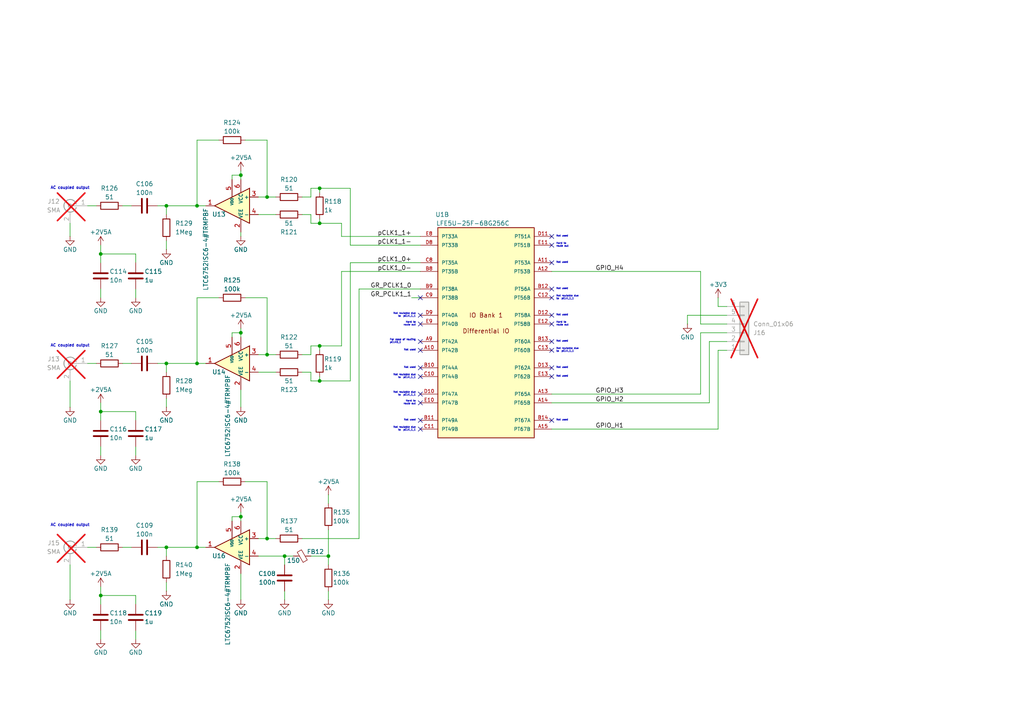
<source format=kicad_sch>
(kicad_sch (version 20250114) (generator "eeschema") (generator_version "9.0")
  (paper "A4")
  (text "Not used" (at 161.29 91.44 0) (effects (font (size 0.5 0.5)) (justify left)))
  (text "Not routable due\nto  pCLK_1_1" (at 120.65 124.46 0) (effects (font (size 0.5 0.5)) (justify right)))
  (text "Not routable due\nto  pCLK_1_1" (at 161.29 101.6 0) (effects (font (size 0.5 0.5)) (justify left)))
  (text "For ease of routing\npCLK0_1" (at 113.03 99.06 0) (effects (font (size 0.5 0.5)) (justify left)))
  (text "AC coupled output" (at 20.32 100.33 0) (effects (font (size 0.8 0.8) (thickness 0.16) (bold yes))))
  (text "Hard to\nroute out" (at 120.65 93.98 0) (effects (font (size 0.5 0.5)) (justify right)))
  (text "Not used" (at 161.29 121.92 0) (effects (font (size 0.5 0.5)) (justify left)))
  (text "Not used" (at 161.29 109.22 0) (effects (font (size 0.5 0.5)) (justify left)))
  (text "Not used" (at 161.29 68.58 0) (effects (font (size 0.5 0.5)) (justify left)))
  (text "Hard to\nroute out" (at 161.29 93.98 0) (effects (font (size 0.5 0.5)) (justify left)))
  (text "AC coupled output" (at 20.32 54.61 0) (effects (font (size 0.8 0.8) (thickness 0.16) (bold yes))))
  (text "Not used" (at 120.65 121.92 0) (effects (font (size 0.5 0.5)) (justify right)))
  (text "Not used" (at 161.29 99.06 0) (effects (font (size 0.5 0.5)) (justify left)))
  (text "Not used" (at 120.65 106.68 0) (effects (font (size 0.5 0.5)) (justify right)))
  (text "Hard to\nroute out" (at 120.65 116.84 0) (effects (font (size 0.5 0.5)) (justify right)))
  (text "AC coupled output" (at 20.32 152.4 0) (effects (font (size 0.8 0.8) (thickness 0.16) (bold yes))))
  (text "Hard to\nroute out" (at 161.29 71.12 0) (effects (font (size 0.5 0.5)) (justify left)))
  (text "Not used" (at 161.29 83.82 0) (effects (font (size 0.5 0.5)) (justify left)))
  (text "Not used" (at 161.29 106.68 0) (effects (font (size 0.5 0.5)) (justify left)))
  (text "Not used" (at 161.29 76.2 0) (effects (font (size 0.5 0.5)) (justify left)))
  (text "Not routable due\nto  pCLK_1_1" (at 120.65 114.3 0) (effects (font (size 0.5 0.5)) (justify right)))
  (text "Not routable due\nto  pCLK_1_1" (at 161.29 86.36 0) (effects (font (size 0.5 0.5)) (justify left)))
  (text "Not used" (at 120.65 101.6 0) (effects (font (size 0.5 0.5)) (justify right)))
  (text "Not routable due\nto  pCLK_1_1" (at 120.65 109.22 0) (effects (font (size 0.5 0.5)) (justify right)))
  (text "Not routable due\nto  pCLK_1_1" (at 120.65 91.44 0) (effects (font (size 0.5 0.5)) (justify right)))
  (junction (at 92.71 110.49))
  (junction (at 29.21 73.66))
  (junction (at 77.47 156.21))
  (junction (at 69.85 96.52))
  (junction (at 57.15 59.69))
  (junction (at 57.15 158.75))
  (junction (at 77.47 102.87))
  (junction (at 92.71 54.61))
  (junction (at 29.21 119.38))
  (junction (at 48.26 59.69))
  (junction (at 95.25 161.29))
  (junction (at 92.71 100.33))
  (junction (at 69.85 149.86))
  (junction (at 82.55 161.29))
  (junction (at 57.15 105.41))
  (junction (at 77.47 57.15))
  (junction (at 92.71 64.77))
  (junction (at 48.26 105.41))
  (junction (at 48.26 158.75))
  (junction (at 29.21 172.72))
  (junction (at 69.85 50.8))
  (no_connect (at 160.02 76.2))
  (no_connect (at 160.02 101.6))
  (no_connect (at 160.02 121.92))
  (no_connect (at 121.92 109.22))
  (no_connect (at 121.92 91.44))
  (no_connect (at 160.02 83.82))
  (no_connect (at 160.02 68.58))
  (no_connect (at 121.92 116.84))
  (no_connect (at 121.92 121.92))
  (no_connect (at 121.92 124.46))
  (no_connect (at 121.92 93.98))
  (no_connect (at 121.92 99.06))
  (no_connect (at 160.02 99.06))
  (no_connect (at 121.92 86.36))
  (no_connect (at 121.92 101.6))
  (no_connect (at 121.92 106.68))
  (no_connect (at 121.92 114.3))
  (no_connect (at 160.02 106.68))
  (no_connect (at 160.02 86.36))
  (no_connect (at 160.02 91.44))
  (no_connect (at 160.02 109.22))
  (no_connect (at 160.02 93.98))
  (no_connect (at 160.02 71.12))
  (wire (pts (xy 205.74 99.06) (xy 210.82 99.06)))
  (wire (pts (xy 90.17 64.77) (xy 90.17 62.23)))
  (wire (pts (xy 101.6 76.2) (xy 101.6 110.49)))
  (wire (pts (xy 39.37 172.72) (xy 29.21 172.72)))
  (wire (pts (xy 57.15 86.36) (xy 57.15 105.41)))
  (wire (pts (xy 99.06 78.74) (xy 99.06 100.33)))
  (wire (pts (xy 48.26 105.41) (xy 57.15 105.41)))
  (wire (pts (xy 92.71 55.88) (xy 92.71 54.61)))
  (wire (pts (xy 160.02 114.3) (xy 203.2 114.3)))
  (wire (pts (xy 82.55 161.29) (xy 82.55 163.83)))
  (wire (pts (xy 80.01 62.23) (xy 74.93 62.23)))
  (wire (pts (xy 20.32 163.83) (xy 20.32 173.99)))
  (wire (pts (xy 160.02 78.74) (xy 203.2 78.74)))
  (wire (pts (xy 95.25 161.29) (xy 90.17 161.29)))
  (wire (pts (xy 90.17 100.33) (xy 90.17 102.87)))
  (wire (pts (xy 101.6 54.61) (xy 92.71 54.61)))
  (wire (pts (xy 29.21 76.2) (xy 29.21 73.66)))
  (wire (pts (xy 92.71 100.33) (xy 90.17 100.33)))
  (wire (pts (xy 82.55 171.45) (xy 82.55 173.99)))
  (wire (pts (xy 160.02 124.46) (xy 208.28 124.46)))
  (wire (pts (xy 45.72 158.75) (xy 48.26 158.75)))
  (wire (pts (xy 85.09 161.29) (xy 82.55 161.29)))
  (wire (pts (xy 99.06 78.74) (xy 121.92 78.74)))
  (wire (pts (xy 95.25 143.51) (xy 95.25 146.05)))
  (wire (pts (xy 69.85 151.13) (xy 69.85 149.86)))
  (wire (pts (xy 35.56 105.41) (xy 38.1 105.41)))
  (wire (pts (xy 20.32 110.49) (xy 20.32 118.11)))
  (wire (pts (xy 77.47 156.21) (xy 74.93 156.21)))
  (wire (pts (xy 203.2 96.52) (xy 203.2 114.3)))
  (wire (pts (xy 45.72 59.69) (xy 48.26 59.69)))
  (wire (pts (xy 205.74 99.06) (xy 205.74 116.84)))
  (wire (pts (xy 77.47 86.36) (xy 77.47 102.87)))
  (wire (pts (xy 48.26 115.57) (xy 48.26 118.11)))
  (wire (pts (xy 20.32 64.77) (xy 20.32 68.58)))
  (wire (pts (xy 29.21 129.54) (xy 29.21 132.08)))
  (wire (pts (xy 45.72 105.41) (xy 48.26 105.41)))
  (wire (pts (xy 90.17 62.23) (xy 87.63 62.23)))
  (wire (pts (xy 69.85 113.03) (xy 69.85 118.11)))
  (wire (pts (xy 39.37 182.88) (xy 39.37 185.42)))
  (wire (pts (xy 203.2 96.52) (xy 210.82 96.52)))
  (wire (pts (xy 69.85 96.52) (xy 67.31 96.52)))
  (wire (pts (xy 69.85 148.59) (xy 69.85 149.86)))
  (wire (pts (xy 67.31 96.52) (xy 67.31 97.79)))
  (wire (pts (xy 29.21 83.82) (xy 29.21 86.36)))
  (wire (pts (xy 39.37 119.38) (xy 29.21 119.38)))
  (wire (pts (xy 82.55 161.29) (xy 74.93 161.29)))
  (wire (pts (xy 69.85 67.31) (xy 69.85 68.58)))
  (wire (pts (xy 48.26 105.41) (xy 48.26 107.95)))
  (wire (pts (xy 101.6 110.49) (xy 92.71 110.49)))
  (wire (pts (xy 48.26 158.75) (xy 57.15 158.75)))
  (wire (pts (xy 95.25 153.67) (xy 95.25 161.29)))
  (wire (pts (xy 48.26 69.85) (xy 48.26 72.39)))
  (wire (pts (xy 57.15 158.75) (xy 57.15 139.7)))
  (wire (pts (xy 92.71 64.77) (xy 90.17 64.77)))
  (wire (pts (xy 95.25 161.29) (xy 95.25 163.83)))
  (wire (pts (xy 69.85 50.8) (xy 67.31 50.8)))
  (wire (pts (xy 35.56 158.75) (xy 38.1 158.75)))
  (wire (pts (xy 80.01 102.87) (xy 77.47 102.87)))
  (wire (pts (xy 80.01 156.21) (xy 77.47 156.21)))
  (wire (pts (xy 95.25 171.45) (xy 95.25 173.99)))
  (wire (pts (xy 119.38 86.36) (xy 121.92 86.36)))
  (wire (pts (xy 48.26 59.69) (xy 48.26 62.23)))
  (wire (pts (xy 29.21 116.84) (xy 29.21 119.38)))
  (wire (pts (xy 69.85 149.86) (xy 67.31 149.86)))
  (wire (pts (xy 39.37 129.54) (xy 39.37 132.08)))
  (wire (pts (xy 208.28 101.6) (xy 208.28 124.46)))
  (wire (pts (xy 199.39 93.98) (xy 199.39 91.44)))
  (wire (pts (xy 203.2 93.98) (xy 210.82 93.98)))
  (wire (pts (xy 39.37 175.26) (xy 39.37 172.72)))
  (wire (pts (xy 203.2 78.74) (xy 203.2 93.98)))
  (wire (pts (xy 77.47 57.15) (xy 74.93 57.15)))
  (wire (pts (xy 99.06 64.77) (xy 99.06 68.58)))
  (wire (pts (xy 104.14 156.21) (xy 87.63 156.21)))
  (wire (pts (xy 71.12 139.7) (xy 77.47 139.7)))
  (wire (pts (xy 71.12 86.36) (xy 77.47 86.36)))
  (wire (pts (xy 90.17 54.61) (xy 90.17 57.15)))
  (wire (pts (xy 67.31 50.8) (xy 67.31 52.07)))
  (wire (pts (xy 77.47 102.87) (xy 74.93 102.87)))
  (wire (pts (xy 71.12 40.64) (xy 77.47 40.64)))
  (wire (pts (xy 90.17 57.15) (xy 87.63 57.15)))
  (wire (pts (xy 101.6 54.61) (xy 101.6 71.12)))
  (wire (pts (xy 101.6 71.12) (xy 121.92 71.12)))
  (wire (pts (xy 208.28 86.36) (xy 208.28 88.9)))
  (wire (pts (xy 92.71 63.5) (xy 92.71 64.77)))
  (wire (pts (xy 27.94 158.75) (xy 25.4 158.75)))
  (wire (pts (xy 92.71 109.22) (xy 92.71 110.49)))
  (wire (pts (xy 27.94 59.69) (xy 25.4 59.69)))
  (wire (pts (xy 90.17 102.87) (xy 87.63 102.87)))
  (wire (pts (xy 59.69 59.69) (xy 57.15 59.69)))
  (wire (pts (xy 160.02 116.84) (xy 205.74 116.84)))
  (wire (pts (xy 63.5 40.64) (xy 57.15 40.64)))
  (wire (pts (xy 69.85 97.79) (xy 69.85 96.52)))
  (wire (pts (xy 59.69 158.75) (xy 57.15 158.75)))
  (wire (pts (xy 63.5 86.36) (xy 57.15 86.36)))
  (wire (pts (xy 77.47 40.64) (xy 77.47 57.15)))
  (wire (pts (xy 92.71 54.61) (xy 90.17 54.61)))
  (wire (pts (xy 59.69 105.41) (xy 57.15 105.41)))
  (wire (pts (xy 199.39 91.44) (xy 210.82 91.44)))
  (wire (pts (xy 29.21 182.88) (xy 29.21 185.42)))
  (wire (pts (xy 104.14 156.21) (xy 104.14 83.82)))
  (wire (pts (xy 35.56 59.69) (xy 38.1 59.69)))
  (wire (pts (xy 92.71 101.6) (xy 92.71 100.33)))
  (wire (pts (xy 80.01 57.15) (xy 77.47 57.15)))
  (wire (pts (xy 39.37 83.82) (xy 39.37 86.36)))
  (wire (pts (xy 101.6 76.2) (xy 121.92 76.2)))
  (wire (pts (xy 39.37 73.66) (xy 29.21 73.66)))
  (wire (pts (xy 67.31 149.86) (xy 67.31 151.13)))
  (wire (pts (xy 69.85 49.53) (xy 69.85 50.8)))
  (wire (pts (xy 57.15 59.69) (xy 57.15 40.64)))
  (wire (pts (xy 92.71 110.49) (xy 90.17 110.49)))
  (wire (pts (xy 69.85 166.37) (xy 69.85 173.99)))
  (wire (pts (xy 27.94 105.41) (xy 25.4 105.41)))
  (wire (pts (xy 48.26 59.69) (xy 57.15 59.69)))
  (wire (pts (xy 29.21 175.26) (xy 29.21 172.72)))
  (wire (pts (xy 90.17 107.95) (xy 87.63 107.95)))
  (wire (pts (xy 48.26 168.91) (xy 48.26 171.45)))
  (wire (pts (xy 80.01 107.95) (xy 74.93 107.95)))
  (wire (pts (xy 99.06 68.58) (xy 121.92 68.58)))
  (wire (pts (xy 77.47 139.7) (xy 77.47 156.21)))
  (wire (pts (xy 39.37 76.2) (xy 39.37 73.66)))
  (wire (pts (xy 99.06 100.33) (xy 92.71 100.33)))
  (wire (pts (xy 29.21 170.18) (xy 29.21 172.72)))
  (wire (pts (xy 48.26 158.75) (xy 48.26 161.29)))
  (wire (pts (xy 104.14 83.82) (xy 121.92 83.82)))
  (wire (pts (xy 69.85 52.07) (xy 69.85 50.8)))
  (wire (pts (xy 29.21 71.12) (xy 29.21 73.66)))
  (wire (pts (xy 69.85 95.25) (xy 69.85 96.52)))
  (wire (pts (xy 39.37 121.92) (xy 39.37 119.38)))
  (wire (pts (xy 29.21 121.92) (xy 29.21 119.38)))
  (wire (pts (xy 63.5 139.7) (xy 57.15 139.7)))
  (wire (pts (xy 208.28 88.9) (xy 210.82 88.9)))
  (wire (pts (xy 99.06 64.77) (xy 92.71 64.77)))
  (wire (pts (xy 208.28 101.6) (xy 210.82 101.6)))
  (wire (pts (xy 90.17 110.49) (xy 90.17 107.95)))
  (label "pCLK1_1+" (at 119.38 68.58 180))
  (label "pCLK1_1-" (at 119.38 71.12 180))
  (label "GR_PCLK1_1" (at 119.38 86.36 180))
  (label "pCLK1_0-" (at 119.38 78.74 180))
  (label "pCLK1_0+" (at 119.38 76.2 180))
  (label "GPIO_H1" (at 172.72 124.46 0))
  (label "GPIO_H2" (at 172.72 116.84 0))
  (label "GPIO_H3" (at 172.72 114.3 0))
  (label "GPIO_H4" (at 172.72 78.74 0))
  (label "GR_PCLK1_0" (at 119.38 83.82 180))
  (symbol (lib_id "Device:C") (at 29.21 80.01 0) (unit 1)
    (property "Reference" "C114" (at 31.75 78.7399 0) (effects (justify left)))
    (property "Value" "10n" (at 31.75 81.2799 0) (effects (justify left)))
    (property "Footprint" "Capacitor_SMD:C_0402_1005Metric" (effects (hide yes)))
    (property "Description" "Unpolarized capacitor" (effects (hide yes)))
  )
  (symbol (lib_id "Device:R") (at 92.71 105.41 0) (mirror y) (unit 1)
    (property "Reference" "R119" (at 93.98 104.1399 0) (effects (justify right)))
    (property "Value" "1k" (at 93.98 106.6799 0) (effects (justify right)))
    (property "Footprint" "Resistor_SMD:R_0402_1005Metric" (effects (hide yes)))
    (property "Description" "Resistor" (effects (hide yes)))
  )
  (symbol (lib_id "Comparator:LTC6752xSC6-4") (at 67.31 59.69 0) (mirror y) (unit 1)
    (property "Reference" "U13" (at 63.5 62.1598 0))
    (property "Value" "LTC6752ISC6-4#TRMPBF" (at 59.69 72.3198 90))
    (property "Footprint" "Package_TO_SOT_SMD:SOT-363_SC-70-6" (effects (hide yes)))
    (property "Datasheet" "https://www.analog.com/media/en/technical-documentation/data-sheets/6752fc.pdf" (effects (hide yes)))
    (property "Description" "Single 280Mhz 2.9ns Comparator, Rail-to-Rail Inputs, CMOS Output, SC-70" (effects (hide yes)))
  )
  (symbol (lib_id "Device:C") (at 39.37 125.73 0) (unit 1)
    (property "Reference" "C117" (at 41.91 124.4599 0) (effects (justify left)))
    (property "Value" "1u" (at 41.91 126.9999 0) (effects (justify left)))
    (property "Footprint" "Capacitor_SMD:C_0603_1608Metric" (effects (hide yes)))
    (property "Description" "Unpolarized capacitor" (effects (hide yes)))
  )
  (symbol (lib_id "power:GND") (at 29.21 86.36 0) (unit 1)
    (property "Reference" "#PWR0279" (effects (hide yes)))
    (property "Value" "GND" (at 29.21 90.17 0))
    (property "Description" "Power symbol creates a global label with name \"GND\" , ground" (effects (hide yes)))
  )
  (symbol (lib_id "power:GND") (at 69.85 68.58 0) (mirror y) (unit 1)
    (property "Reference" "#PWR0252" (effects (hide yes)))
    (property "Value" "GND" (at 69.85 72.39 0))
    (property "Description" "Power symbol creates a global label with name \"GND\" , ground" (effects (hide yes)))
  )
  (symbol (lib_id "power:GND") (at 95.25 173.99 0) (mirror y) (unit 1)
    (property "Reference" "#PWR0266" (effects (hide yes)))
    (property "Value" "GND" (at 95.25 177.8 0))
    (property "Description" "Power symbol creates a global label with name \"GND\" , ground" (effects (hide yes)))
  )
  (symbol (lib_id "power:GND") (at 29.21 185.42 0) (unit 1)
    (property "Reference" "#PWR0285" (effects (hide yes)))
    (property "Value" "GND" (at 29.21 189.23 0))
    (property "Description" "Power symbol creates a global label with name \"GND\" , ground" (effects (hide yes)))
  )
  (symbol (lib_id "Device:R") (at 95.25 149.86 0) (mirror y) (unit 1)
    (property "Reference" "R135" (at 96.52 148.5899 0) (effects (justify right)))
    (property "Value" "100k" (at 96.52 151.1299 0) (effects (justify right)))
    (property "Footprint" "Resistor_SMD:R_0402_1005Metric" (effects (hide yes)))
    (property "Description" "Resistor" (effects (hide yes)))
  )
  (symbol (lib_id "Device:R") (at 83.82 156.21 270) (mirror x) (unit 1)
    (property "Reference" "R137" (at 83.82 151.13 90))
    (property "Value" "51" (at 83.82 153.67 90))
    (property "Footprint" "Resistor_SMD:R_0402_1005Metric" (effects (hide yes)))
    (property "Description" "Resistor" (effects (hide yes)))
  )
  (symbol (lib_id "Device:C") (at 41.91 59.69 90) (unit 1)
    (property "Reference" "C106" (at 41.91 53.34 90))
    (property "Value" "100n" (at 41.91 55.88 90))
    (property "Footprint" "Capacitor_SMD:C_0402_1005Metric" (effects (hide yes)))
    (property "Description" "Unpolarized capacitor" (effects (hide yes)))
  )
  (symbol (lib_id "power:GND") (at 20.32 68.58 0) (unit 1)
    (property "Reference" "#PWR0255" (effects (hide yes)))
    (property "Value" "GND" (at 20.32 72.39 0))
    (property "Description" "Power symbol creates a global label with name \"GND\" , ground" (effects (hide yes)))
  )
  (symbol (lib_id "Device:C") (at 29.21 179.07 0) (unit 1)
    (property "Reference" "C118" (at 31.75 177.7999 0) (effects (justify left)))
    (property "Value" "10n" (at 31.75 180.3399 0) (effects (justify left)))
    (property "Footprint" "Capacitor_SMD:C_0402_1005Metric" (effects (hide yes)))
    (property "Description" "Unpolarized capacitor" (effects (hide yes)))
  )
  (symbol (lib_id "power:GND") (at 20.32 118.11 0) (unit 1)
    (property "Reference" "#PWR0256" (effects (hide yes)))
    (property "Value" "GND" (at 20.32 121.92 0))
    (property "Description" "Power symbol creates a global label with name \"GND\" , ground" (effects (hide yes)))
  )
  (symbol (lib_id "power:+2V5") (at 29.21 116.84 0) (unit 1)
    (property "Reference" "#PWR0300_011" (effects (hide yes)))
    (property "Value" "+2V5A" (at 29.21 113.03 0))
    (property "Description" "Power symbol creates a global label with name \"+2V5VA\"" (effects (hide yes)))
  )
  (symbol (lib_id "Device:R") (at 83.82 62.23 270) (unit 1)
    (property "Reference" "R121" (at 83.82 67.31 90))
    (property "Value" "51" (at 83.82 64.77 90))
    (property "Footprint" "Resistor_SMD:R_0402_1005Metric" (effects (hide yes)))
    (property "Description" "Resistor" (effects (hide yes)))
  )
  (symbol (lib_id "power:+2V5") (at 69.85 49.53 0) (unit 1)
    (property "Reference" "#PWR0300_07" (effects (hide yes)))
    (property "Value" "+2V5A" (at 69.85 45.72 0))
    (property "Description" "Power symbol creates a global label with name \"+2V5VA\"" (effects (hide yes)))
  )
  (symbol (lib_id "Device:R") (at 83.82 107.95 270) (unit 1)
    (property "Reference" "R123" (at 83.82 113.03 90))
    (property "Value" "51" (at 83.82 110.49 90))
    (property "Footprint" "Resistor_SMD:R_0402_1005Metric" (effects (hide yes)))
    (property "Description" "Resistor" (effects (hide yes)))
  )
  (symbol (lib_id "Device:R") (at 31.75 59.69 270) (mirror x) (unit 1)
    (property "Reference" "R126" (at 31.75 54.61 90))
    (property "Value" "51" (at 31.75 57.15 90))
    (property "Footprint" "Resistor_SMD:R_0402_1005Metric" (effects (hide yes)))
    (property "Description" "Resistor" (effects (hide yes)))
  )
  (symbol (lib_id "Device:R") (at 95.25 167.64 0) (mirror y) (unit 1)
    (property "Reference" "R136" (at 96.52 166.3699 0) (effects (justify right)))
    (property "Value" "100k" (at 96.52 168.9099 0) (effects (justify right)))
    (property "Footprint" "Resistor_SMD:R_0402_1005Metric" (effects (hide yes)))
    (property "Description" "Resistor" (effects (hide yes)))
  )
  (symbol (lib_id "power:GND") (at 82.55 173.99 0) (mirror y) (unit 1)
    (property "Reference" "#PWR0267" (effects (hide yes)))
    (property "Value" "GND" (at 82.55 177.8 0))
    (property "Description" "Power symbol creates a global label with name \"GND\" , ground" (effects (hide yes)))
  )
  (symbol (lib_id "power:GND") (at 20.32 173.99 0) (unit 1)
    (property "Reference" "#PWR0270" (effects (hide yes)))
    (property "Value" "GND" (at 20.32 177.8 0))
    (property "Description" "Power symbol creates a global label with name \"GND\" , ground" (effects (hide yes)))
  )
  (symbol (lib_id "Device:C") (at 29.21 125.73 0) (unit 1)
    (property "Reference" "C116" (at 31.75 124.4599 0) (effects (justify left)))
    (property "Value" "10n" (at 31.75 126.9999 0) (effects (justify left)))
    (property "Footprint" "Capacitor_SMD:C_0402_1005Metric" (effects (hide yes)))
    (property "Description" "Unpolarized capacitor" (effects (hide yes)))
  )
  (symbol (lib_id "Device:R") (at 67.31 40.64 270) (mirror x) (unit 1)
    (property "Reference" "R124" (at 67.31 35.56 90))
    (property "Value" "100k" (at 67.31 38.1 90))
    (property "Footprint" "Resistor_SMD:R_0402_1005Metric" (effects (hide yes)))
    (property "Description" "Resistor" (effects (hide yes)))
  )
  (symbol (lib_id "Device:R") (at 83.82 57.15 270) (mirror x) (unit 1)
    (property "Reference" "R120" (at 83.82 52.07 90))
    (property "Value" "51" (at 83.82 54.61 90))
    (property "Footprint" "Resistor_SMD:R_0402_1005Metric" (effects (hide yes)))
    (property "Description" "Resistor" (effects (hide yes)))
  )
  (symbol (lib_id "Device:FerriteBead_Small") (at 87.63 161.29 270) (mirror x) (unit 1)
    (property "Reference" "FB12" (at 91.4781 160.02 90))
    (property "Value" "150" (at 85.1281 162.56 90))
    (property "Footprint" "Inductor_SMD:L_0805_2012Metric" (effects (hide yes)))
    (property "Description" "Ferrite bead, small symbol" (effects (hide yes)))
  )
  (symbol (lib_id "Device:C") (at 41.91 158.75 90) (unit 1)
    (property "Reference" "C109" (at 41.91 152.4 90))
    (property "Value" "100n" (at 41.91 154.94 90))
    (property "Footprint" "Capacitor_SMD:C_0402_1005Metric" (effects (hide yes)))
    (property "Description" "Unpolarized capacitor" (effects (hide yes)))
  )
  (symbol (lib_id "power:GND") (at 39.37 185.42 0) (unit 1)
    (property "Reference" "#PWR0286" (effects (hide yes)))
    (property "Value" "GND" (at 39.37 189.23 0))
    (property "Description" "Power symbol creates a global label with name \"GND\" , ground" (effects (hide yes)))
  )
  (symbol (lib_id "Device:R") (at 48.26 66.04 0) (unit 1)
    (property "Reference" "R129" (at 50.8 64.7699 0) (effects (justify left)))
    (property "Value" "1Meg" (at 50.8 67.3099 0) (effects (justify left)))
    (property "Footprint" "Resistor_SMD:R_0402_1005Metric" (effects (hide yes)))
    (property "Description" "Resistor" (effects (hide yes)))
  )
  (symbol (lib_id "Comparator:LTC6752xSC6-4") (at 67.31 158.75 0) (mirror y) (unit 1)
    (property "Reference" "U16" (at 63.5 161.2198 0))
    (property "Value" "LTC6752ISC6-4#TRMPBF" (at 66.04 175.1898 90))
    (property "Footprint" "Package_TO_SOT_SMD:SOT-363_SC-70-6" (effects (hide yes)))
    (property "Datasheet" "https://www.analog.com/media/en/technical-documentation/data-sheets/6752fc.pdf" (effects (hide yes)))
    (property "Description" "Single 280Mhz 2.9ns Comparator, Rail-to-Rail Inputs, CMOS Output, SC-70" (effects (hide yes)))
  )
  (symbol (lib_id "Connector:Conn_Coaxial") (at 20.32 59.69 0) (mirror y) (unit 1) (dnp yes)
    (property "Reference" "J12" (at 15.5574 58.42 0))
    (property "Value" "SMA" (at 15.5574 60.96 0))
    (property "Footprint" "1_Footprint_Library:73251-115" (effects (hide yes)))
    (property "Description" "coaxial connector (BNC, SMA, SMB, SMC, Cinch/RCA, LEMO, ...)" (effects (hide yes)))
  )
  (symbol (lib_id "power:GND") (at 48.26 72.39 0) (unit 1)
    (property "Reference" "#PWR0258" (effects (hide yes)))
    (property "Value" "GND" (at 48.26 76.2 0))
    (property "Description" "Power symbol creates a global label with name \"GND\" , ground" (effects (hide yes)))
  )
  (symbol (lib_id "power:+2V5") (at 69.85 148.59 0) (unit 1)
    (property "Reference" "#PWR0300_09" (effects (hide yes)))
    (property "Value" "+2V5A" (at 69.85 144.78 0))
    (property "Description" "Power symbol creates a global label with name \"+2V5VA\"" (effects (hide yes)))
  )
  (symbol (lib_id "Device:R") (at 92.71 59.69 0) (mirror y) (unit 1)
    (property "Reference" "R118" (at 93.98 58.4199 0) (effects (justify right)))
    (property "Value" "1k" (at 93.98 60.9599 0) (effects (justify right)))
    (property "Footprint" "Resistor_SMD:R_0402_1005Metric" (effects (hide yes)))
    (property "Description" "Resistor" (effects (hide yes)))
  )
  (symbol (lib_id "Device:C") (at 39.37 179.07 0) (unit 1)
    (property "Reference" "C119" (at 41.91 177.7999 0) (effects (justify left)))
    (property "Value" "1u" (at 41.91 180.3399 0) (effects (justify left)))
    (property "Footprint" "Capacitor_SMD:C_0603_1608Metric" (effects (hide yes)))
    (property "Description" "Unpolarized capacitor" (effects (hide yes)))
  )
  (symbol (lib_id "Device:R") (at 83.82 102.87 270) (mirror x) (unit 1)
    (property "Reference" "R122" (at 83.82 97.79 90))
    (property "Value" "51" (at 83.82 100.33 90))
    (property "Footprint" "Resistor_SMD:R_0402_1005Metric" (effects (hide yes)))
    (property "Description" "Resistor" (effects (hide yes)))
  )
  (symbol (lib_id "Device:R") (at 48.26 165.1 0) (unit 1)
    (property "Reference" "R140" (at 50.8 163.8299 0) (effects (justify left)))
    (property "Value" "1Meg" (at 50.8 166.3699 0) (effects (justify left)))
    (property "Footprint" "Resistor_SMD:R_0402_1005Metric" (effects (hide yes)))
    (property "Description" "Resistor" (effects (hide yes)))
  )
  (symbol (lib_id "power:+2V5") (at 69.85 95.25 0) (unit 1)
    (property "Reference" "#PWR0300_08" (effects (hide yes)))
    (property "Value" "+2V5A" (at 69.85 91.44 0))
    (property "Description" "Power symbol creates a global label with name \"+2V5VA\"" (effects (hide yes)))
  )
  (symbol (lib_id "Device:C") (at 82.55 167.64 0) (mirror y) (unit 1)
    (property "Reference" "C108" (at 80.01 166.3699 0) (effects (justify left)))
    (property "Value" "100n" (at 80.01 168.9099 0) (effects (justify left)))
    (property "Footprint" "Capacitor_SMD:C_0402_1005Metric" (effects (hide yes)))
    (property "Description" "Unpolarized capacitor" (effects (hide yes)))
  )
  (symbol (lib_id "power:GND") (at 69.85 118.11 0) (mirror y) (unit 1)
    (property "Reference" "#PWR0254" (effects (hide yes)))
    (property "Value" "GND" (at 69.85 121.92 0))
    (property "Description" "Power symbol creates a global label with name \"GND\" , ground" (effects (hide yes)))
  )
  (symbol (lib_id "power:+2V5") (at 29.21 170.18 0) (unit 1)
    (property "Reference" "#PWR0300_012" (effects (hide yes)))
    (property "Value" "+2V5A" (at 29.21 166.37 0))
    (property "Description" "Power symbol creates a global label with name \"+2V5VA\"" (effects (hide yes)))
  )
  (symbol (lib_id "Connector:Conn_Coaxial") (at 20.32 105.41 0) (mirror y) (unit 1) (dnp yes)
    (property "Reference" "J13" (at 15.5574 104.14 0))
    (property "Value" "SMA" (at 15.5574 106.68 0))
    (property "Footprint" "1_Footprint_Library:73251-115" (effects (hide yes)))
    (property "Description" "coaxial connector (BNC, SMA, SMB, SMC, Cinch/RCA, LEMO, ...)" (effects (hide yes)))
  )
  (symbol (lib_id "power:GND") (at 48.26 118.11 0) (unit 1)
    (property "Reference" "#PWR0257" (effects (hide yes)))
    (property "Value" "GND" (at 48.26 121.92 0))
    (property "Description" "Power symbol creates a global label with name \"GND\" , ground" (effects (hide yes)))
  )
  (symbol (lib_id "power:GND") (at 39.37 132.08 0) (unit 1)
    (property "Reference" "#PWR0283" (effects (hide yes)))
    (property "Value" "GND" (at 39.37 135.89 0))
    (property "Description" "Power symbol creates a global label with name \"GND\" , ground" (effects (hide yes)))
  )
  (symbol (lib_id "Connector:Conn_Coaxial") (at 20.32 158.75 0) (mirror y) (unit 1) (dnp yes)
    (property "Reference" "J15" (at 15.5574 157.48 0))
    (property "Value" "SMA" (at 15.5574 160.02 0))
    (property "Footprint" "1_Footprint_Library:73251-115" (effects (hide yes)))
    (property "Description" "coaxial connector (BNC, SMA, SMB, SMC, Cinch/RCA, LEMO, ...)" (effects (hide yes)))
  )
  (symbol (lib_id "power:GND") (at 199.39 93.98 0) (mirror y) (unit 1)
    (property "Reference" "#PWR0171" (effects (hide yes)))
    (property "Value" "GND" (at 199.39 97.79 0))
    (property "Description" "Power symbol creates a global label with name \"GND\" , ground" (effects (hide yes)))
  )
  (symbol (lib_id "Device:R") (at 67.31 86.36 270) (mirror x) (unit 1)
    (property "Reference" "R125" (at 67.31 81.28 90))
    (property "Value" "100k" (at 67.31 83.82 90))
    (property "Footprint" "Resistor_SMD:R_0402_1005Metric" (effects (hide yes)))
    (property "Description" "Resistor" (effects (hide yes)))
  )
  (symbol (lib_id "Connector_Generic:Conn_01x06") (at 215.9 96.52 0) (mirror x) (unit 1) (dnp yes)
    (property "Reference" "J16" (at 218.44 96.5201 0) (effects (justify left)))
    (property "Value" "Conn_01x06" (at 218.44 93.9801 0) (effects (justify left)))
    (property "Footprint" "Connector_PinHeader_2.54mm:PinHeader_1x06_P2.54mm_Vertical" (effects (hide yes)))
    (property "Description" "Generic connector, single row, 01x06, script generated (kicad-library-utils/schlib/autogen/connector/)" (effects (hide yes)))
  )
  (symbol (lib_id "Device:C") (at 41.91 105.41 90) (unit 1)
    (property "Reference" "C105" (at 41.91 99.06 90))
    (property "Value" "100n" (at 41.91 101.6 90))
    (property "Footprint" "Capacitor_SMD:C_0402_1005Metric" (effects (hide yes)))
    (property "Description" "Unpolarized capacitor" (effects (hide yes)))
  )
  (symbol (lib_id "power:+3V3") (at 208.28 86.36 0) (unit 1)
    (property "Reference" "#PWR0245" (effects (hide yes)))
    (property "Value" "+3V3" (at 208.28 82.55 0))
    (property "Description" "Power symbol creates a global label with name \"+3V3\"" (effects (hide yes)))
  )
  (symbol (lib_id "Device:R") (at 31.75 105.41 270) (mirror x) (unit 1)
    (property "Reference" "R127" (at 31.75 100.33 90))
    (property "Value" "51" (at 31.75 102.87 90))
    (property "Footprint" "Resistor_SMD:R_0402_1005Metric" (effects (hide yes)))
    (property "Description" "Resistor" (effects (hide yes)))
  )
  (symbol (lib_id "Device:R") (at 48.26 111.76 0) (unit 1)
    (property "Reference" "R128" (at 50.8 110.4899 0) (effects (justify left)))
    (property "Value" "1Meg" (at 50.8 113.0299 0) (effects (justify left)))
    (property "Footprint" "Resistor_SMD:R_0402_1005Metric" (effects (hide yes)))
    (property "Description" "Resistor" (effects (hide yes)))
  )
  (symbol (lib_id "power:GND") (at 69.85 173.99 0) (mirror y) (unit 1)
    (property "Reference" "#PWR0269" (effects (hide yes)))
    (property "Value" "GND" (at 69.85 177.8 0))
    (property "Description" "Power symbol creates a global label with name \"GND\" , ground" (effects (hide yes)))
  )
  (symbol (lib_id "power:GND") (at 29.21 132.08 0) (unit 1)
    (property "Reference" "#PWR0282" (effects (hide yes)))
    (property "Value" "GND" (at 29.21 135.89 0))
    (property "Description" "Power symbol creates a global label with name \"GND\" , ground" (effects (hide yes)))
  )
  (symbol (lib_id "power:GND") (at 48.26 171.45 0) (unit 1)
    (property "Reference" "#PWR0271" (effects (hide yes)))
    (property "Value" "GND" (at 48.26 175.26 0))
    (property "Description" "Power symbol creates a global label with name \"GND\" , ground" (effects (hide yes)))
  )
  (symbol (lib_id "power:GND") (at 39.37 86.36 0) (unit 1)
    (property "Reference" "#PWR0280" (effects (hide yes)))
    (property "Value" "GND" (at 39.37 90.17 0))
    (property "Description" "Power symbol creates a global label with name \"GND\" , ground" (effects (hide yes)))
  )
  (symbol (lib_id "Device:R") (at 31.75 158.75 270) (mirror x) (unit 1)
    (property "Reference" "R139" (at 31.75 153.67 90))
    (property "Value" "51" (at 31.75 156.21 90))
    (property "Footprint" "Resistor_SMD:R_0402_1005Metric" (effects (hide yes)))
    (property "Description" "Resistor" (effects (hide yes)))
  )
  (symbol (lib_id "power:+2V5") (at 95.25 143.51 0) (unit 1)
    (property "Reference" "#PWR0300_02" (effects (hide yes)))
    (property "Value" "+2V5A" (at 95.25 139.7 0))
    (property "Description" "Power symbol creates a global label with name \"+2V5VA\"" (effects (hide yes)))
  )
  (symbol (lib_id "Device:R") (at 67.31 139.7 270) (mirror x) (unit 1)
    (property "Reference" "R138" (at 67.31 134.62 90))
    (property "Value" "100k" (at 67.31 137.16 90))
    (property "Footprint" "Resistor_SMD:R_0402_1005Metric" (effects (hide yes)))
    (property "Description" "Resistor" (effects (hide yes)))
  )
  (symbol (lib_id "Comparator:LTC6752xSC6-4") (at 67.31 105.41 0) (mirror y) (unit 1)
    (property "Reference" "U14" (at 63.5 107.8798 0))
    (property "Value" "LTC6752ISC6-4#TRMPBF" (at 66.04 120.5798 90))
    (property "Footprint" "Package_TO_SOT_SMD:SOT-363_SC-70-6" (effects (hide yes)))
    (property "Datasheet" "https://www.analog.com/media/en/technical-documentation/data-sheets/6752fc.pdf" (effects (hide yes)))
    (property "Description" "Single 280Mhz 2.9ns Comparator, Rail-to-Rail Inputs, CMOS Output, SC-70" (effects (hide yes)))
  )
  (symbol (lib_id "Device:C") (at 39.37 80.01 0) (unit 1)
    (property "Reference" "C115" (at 41.91 78.7399 0) (effects (justify left)))
    (property "Value" "1u" (at 41.91 81.2799 0) (effects (justify left)))
    (property "Footprint" "Capacitor_SMD:C_0603_1608Metric" (effects (hide yes)))
    (property "Description" "Unpolarized capacitor" (effects (hide yes)))
  )
  (symbol (lib_id "1_Symbol_Library:LFE5U-25F-6BG256C") (at 140.97 93.98 0) (unit 2)
    (property "Reference" "U1" (at 128.27 62.23 0))
    (property "Value" "LFE5U-25F-6BG256C" (at 137.16 64.77 0))
    (property "Footprint" "1_Footprint_Library:BGA256C80P16X16_1400X1400X170_Masked" (effects (hide yes)))
    (property "Package" "CABGA-256 Lattice Semiconductor" (effects (hide yes)))
    (property "MP" "LFE5U-25F-6BG256C" (effects (hide yes)))
    (property "Description_1" "series Field Programmable Gate Array (FPGA) IC 197 1032192 24000 256-LFBGA" (effects (hide yes)))
  )
  (symbol (lib_id "power:+2V5") (at 29.21 71.12 0) (unit 1)
    (property "Reference" "#PWR0300_010" (effects (hide yes)))
    (property "Value" "+2V5A" (at 29.21 67.31 0))
    (property "Description" "Power symbol creates a global label with name \"+2V5VA\"" (effects (hide yes)))
  )
)
</source>
